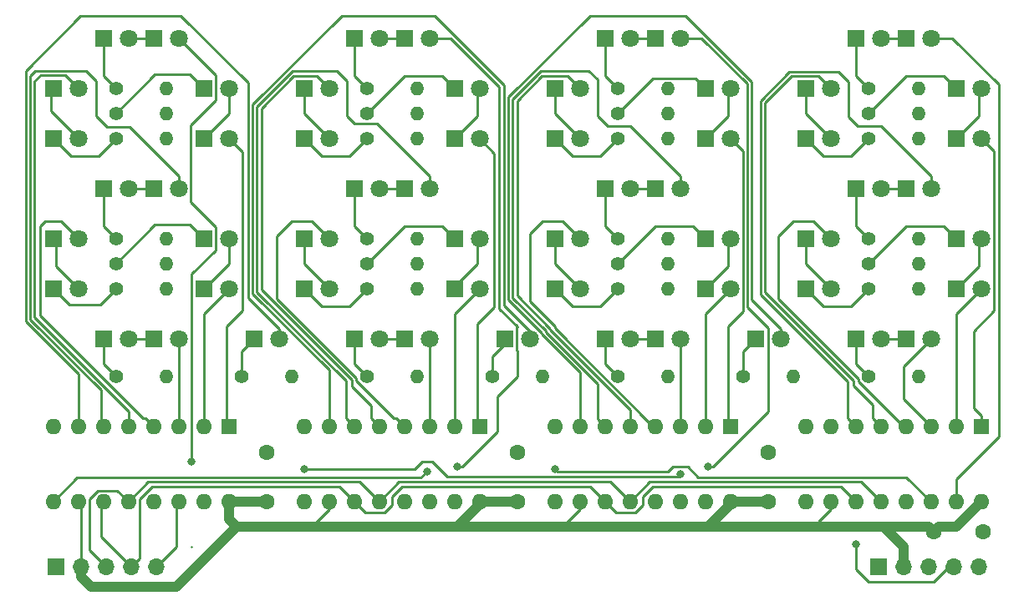
<source format=gtl>
G04 #@! TF.GenerationSoftware,KiCad,Pcbnew,5.1.6+dfsg1-1*
G04 #@! TF.CreationDate,2020-12-17T15:22:49-07:00*
G04 #@! TF.ProjectId,7segment,37736567-6d65-46e7-942e-6b696361645f,rev?*
G04 #@! TF.SameCoordinates,Original*
G04 #@! TF.FileFunction,Copper,L1,Top*
G04 #@! TF.FilePolarity,Positive*
%FSLAX46Y46*%
G04 Gerber Fmt 4.6, Leading zero omitted, Abs format (unit mm)*
G04 Created by KiCad (PCBNEW 5.1.6+dfsg1-1) date 2020-12-17 15:22:49*
%MOMM*%
%LPD*%
G01*
G04 APERTURE LIST*
G04 #@! TA.AperFunction,ComponentPad*
%ADD10O,1.700000X1.700000*%
G04 #@! TD*
G04 #@! TA.AperFunction,ComponentPad*
%ADD11R,1.700000X1.700000*%
G04 #@! TD*
G04 #@! TA.AperFunction,ComponentPad*
%ADD12C,1.600000*%
G04 #@! TD*
G04 #@! TA.AperFunction,ComponentPad*
%ADD13O,1.600000X1.600000*%
G04 #@! TD*
G04 #@! TA.AperFunction,ComponentPad*
%ADD14R,1.600000X1.600000*%
G04 #@! TD*
G04 #@! TA.AperFunction,ComponentPad*
%ADD15O,1.400000X1.400000*%
G04 #@! TD*
G04 #@! TA.AperFunction,ComponentPad*
%ADD16C,1.400000*%
G04 #@! TD*
G04 #@! TA.AperFunction,ComponentPad*
%ADD17C,1.800000*%
G04 #@! TD*
G04 #@! TA.AperFunction,ComponentPad*
%ADD18R,1.800000X1.800000*%
G04 #@! TD*
G04 #@! TA.AperFunction,ViaPad*
%ADD19C,0.800000*%
G04 #@! TD*
G04 #@! TA.AperFunction,Conductor*
%ADD20C,0.250000*%
G04 #@! TD*
G04 #@! TA.AperFunction,Conductor*
%ADD21C,1.000000*%
G04 #@! TD*
G04 APERTURE END LIST*
D10*
X173736000Y-115824000D03*
X171196000Y-115824000D03*
X168656000Y-115824000D03*
X166116000Y-115824000D03*
D11*
X163576000Y-115824000D03*
D12*
X174164000Y-112268000D03*
X169164000Y-112268000D03*
D13*
X97790000Y-109220000D03*
X80010000Y-101600000D03*
X95250000Y-109220000D03*
X82550000Y-101600000D03*
X92710000Y-109220000D03*
X85090000Y-101600000D03*
X90170000Y-109220000D03*
X87630000Y-101600000D03*
X87630000Y-109220000D03*
X90170000Y-101600000D03*
X85090000Y-109220000D03*
X92710000Y-101600000D03*
X82550000Y-109220000D03*
X95250000Y-101600000D03*
X80010000Y-109220000D03*
D14*
X97790000Y-101600000D03*
D13*
X123190000Y-109220000D03*
X105410000Y-101600000D03*
X120650000Y-109220000D03*
X107950000Y-101600000D03*
X118110000Y-109220000D03*
X110490000Y-101600000D03*
X115570000Y-109220000D03*
X113030000Y-101600000D03*
X113030000Y-109220000D03*
X115570000Y-101600000D03*
X110490000Y-109220000D03*
X118110000Y-101600000D03*
X107950000Y-109220000D03*
X120650000Y-101600000D03*
X105410000Y-109220000D03*
D14*
X123190000Y-101600000D03*
D13*
X148590000Y-109220000D03*
X130810000Y-101600000D03*
X146050000Y-109220000D03*
X133350000Y-101600000D03*
X143510000Y-109220000D03*
X135890000Y-101600000D03*
X140970000Y-109220000D03*
X138430000Y-101600000D03*
X138430000Y-109220000D03*
X140970000Y-101600000D03*
X135890000Y-109220000D03*
X143510000Y-101600000D03*
X133350000Y-109220000D03*
X146050000Y-101600000D03*
X130810000Y-109220000D03*
D14*
X148590000Y-101600000D03*
D13*
X173990000Y-109220000D03*
X156210000Y-101600000D03*
X171450000Y-109220000D03*
X158750000Y-101600000D03*
X168910000Y-109220000D03*
X161290000Y-101600000D03*
X166370000Y-109220000D03*
X163830000Y-101600000D03*
X163830000Y-109220000D03*
X166370000Y-101600000D03*
X161290000Y-109220000D03*
X168910000Y-101600000D03*
X158750000Y-109220000D03*
X171450000Y-101600000D03*
X156210000Y-109220000D03*
D14*
X173990000Y-101600000D03*
D10*
X90424000Y-115824000D03*
X87884000Y-115824000D03*
X85344000Y-115824000D03*
X82804000Y-115824000D03*
D11*
X80264000Y-115824000D03*
D12*
X152400000Y-104220000D03*
X152400000Y-109220000D03*
X101600000Y-104220000D03*
X101600000Y-109220000D03*
X127000000Y-104220000D03*
X127000000Y-109220000D03*
D15*
X167640000Y-82550000D03*
D16*
X162560000Y-82550000D03*
D15*
X167640000Y-72390000D03*
D16*
X162560000Y-72390000D03*
D15*
X167640000Y-87630000D03*
D16*
X162560000Y-87630000D03*
D15*
X167640000Y-96520000D03*
D16*
X162560000Y-96520000D03*
D15*
X167640000Y-85090000D03*
D16*
X162560000Y-85090000D03*
D15*
X167640000Y-69850000D03*
D16*
X162560000Y-69850000D03*
D15*
X167640000Y-67310000D03*
D16*
X162560000Y-67310000D03*
D15*
X154940000Y-96520000D03*
D16*
X149860000Y-96520000D03*
D15*
X142240000Y-82550000D03*
D16*
X137160000Y-82550000D03*
D15*
X142240000Y-72390000D03*
D16*
X137160000Y-72390000D03*
D15*
X142240000Y-87630000D03*
D16*
X137160000Y-87630000D03*
D15*
X142240000Y-96520000D03*
D16*
X137160000Y-96520000D03*
D15*
X142240000Y-85090000D03*
D16*
X137160000Y-85090000D03*
D15*
X142240000Y-69850000D03*
D16*
X137160000Y-69850000D03*
D15*
X142240000Y-67310000D03*
D16*
X137160000Y-67310000D03*
D15*
X129540000Y-96520000D03*
D16*
X124460000Y-96520000D03*
D15*
X116840000Y-82550000D03*
D16*
X111760000Y-82550000D03*
D15*
X116840000Y-72390000D03*
D16*
X111760000Y-72390000D03*
D15*
X116840000Y-87630000D03*
D16*
X111760000Y-87630000D03*
D15*
X116840000Y-96520000D03*
D16*
X111760000Y-96520000D03*
D15*
X116840000Y-85090000D03*
D16*
X111760000Y-85090000D03*
D15*
X116840000Y-69850000D03*
D16*
X111760000Y-69850000D03*
D15*
X116840000Y-67310000D03*
D16*
X111760000Y-67310000D03*
D15*
X104140000Y-96520000D03*
D16*
X99060000Y-96520000D03*
D15*
X91440000Y-82550000D03*
D16*
X86360000Y-82550000D03*
D15*
X91440000Y-72390000D03*
D16*
X86360000Y-72390000D03*
D15*
X91440000Y-87630000D03*
D16*
X86360000Y-87630000D03*
D15*
X91440000Y-96520000D03*
D16*
X86360000Y-96520000D03*
D15*
X91440000Y-85090000D03*
D16*
X86360000Y-85090000D03*
D15*
X91440000Y-69850000D03*
D16*
X86360000Y-69850000D03*
D15*
X91440000Y-67310000D03*
D16*
X86360000Y-67310000D03*
D17*
X168910000Y-77470000D03*
D18*
X166370000Y-77470000D03*
D17*
X158750000Y-67310000D03*
D18*
X156210000Y-67310000D03*
D17*
X158750000Y-82550000D03*
D18*
X156210000Y-82550000D03*
D17*
X168910000Y-92710000D03*
D18*
X166370000Y-92710000D03*
D17*
X173990000Y-87630000D03*
D18*
X171450000Y-87630000D03*
D17*
X173990000Y-72390000D03*
D18*
X171450000Y-72390000D03*
D17*
X168910000Y-62230000D03*
D18*
X166370000Y-62230000D03*
D17*
X153670000Y-92710000D03*
D18*
X151130000Y-92710000D03*
D17*
X143510000Y-77470000D03*
D18*
X140970000Y-77470000D03*
D17*
X133350000Y-67310000D03*
D18*
X130810000Y-67310000D03*
D17*
X133350000Y-82550000D03*
D18*
X130810000Y-82550000D03*
D17*
X143510000Y-92710000D03*
D18*
X140970000Y-92710000D03*
D17*
X148590000Y-87630000D03*
D18*
X146050000Y-87630000D03*
D17*
X148590000Y-72390000D03*
D18*
X146050000Y-72390000D03*
D17*
X143510000Y-62230000D03*
D18*
X140970000Y-62230000D03*
D17*
X163830000Y-77470000D03*
D18*
X161290000Y-77470000D03*
D17*
X158750000Y-72390000D03*
D18*
X156210000Y-72390000D03*
D17*
X158750000Y-87630000D03*
D18*
X156210000Y-87630000D03*
D17*
X163830000Y-92710000D03*
D18*
X161290000Y-92710000D03*
D17*
X173990000Y-82550000D03*
D18*
X171450000Y-82550000D03*
D17*
X173990000Y-67310000D03*
D18*
X171450000Y-67310000D03*
D17*
X163830000Y-62230000D03*
D18*
X161290000Y-62230000D03*
D17*
X138430000Y-77470000D03*
D18*
X135890000Y-77470000D03*
D17*
X133350000Y-72390000D03*
D18*
X130810000Y-72390000D03*
D17*
X133350000Y-87630000D03*
D18*
X130810000Y-87630000D03*
D17*
X138430000Y-92710000D03*
D18*
X135890000Y-92710000D03*
D17*
X148590000Y-82550000D03*
D18*
X146050000Y-82550000D03*
D17*
X148590000Y-67310000D03*
D18*
X146050000Y-67310000D03*
D17*
X138430000Y-62230000D03*
D18*
X135890000Y-62230000D03*
D17*
X128270000Y-92710000D03*
D18*
X125730000Y-92710000D03*
D17*
X118110000Y-77470000D03*
D18*
X115570000Y-77470000D03*
D17*
X107950000Y-67310000D03*
D18*
X105410000Y-67310000D03*
D17*
X107950000Y-82550000D03*
D18*
X105410000Y-82550000D03*
D17*
X118110000Y-92710000D03*
D18*
X115570000Y-92710000D03*
D17*
X123190000Y-87630000D03*
D18*
X120650000Y-87630000D03*
D17*
X123190000Y-72390000D03*
D18*
X120650000Y-72390000D03*
D17*
X118110000Y-62230000D03*
D18*
X115570000Y-62230000D03*
D17*
X102870000Y-92710000D03*
D18*
X100330000Y-92710000D03*
D17*
X92710000Y-77470000D03*
D18*
X90170000Y-77470000D03*
D17*
X82550000Y-67310000D03*
D18*
X80010000Y-67310000D03*
D17*
X82550000Y-82550000D03*
D18*
X80010000Y-82550000D03*
D17*
X92710000Y-92710000D03*
D18*
X90170000Y-92710000D03*
D17*
X97790000Y-87630000D03*
D18*
X95250000Y-87630000D03*
D17*
X97790000Y-72390000D03*
D18*
X95250000Y-72390000D03*
D17*
X92710000Y-62230000D03*
D18*
X90170000Y-62230000D03*
D17*
X113030000Y-77470000D03*
D18*
X110490000Y-77470000D03*
D17*
X107950000Y-72390000D03*
D18*
X105410000Y-72390000D03*
D17*
X107950000Y-87630000D03*
D18*
X105410000Y-87630000D03*
D17*
X113030000Y-92710000D03*
D18*
X110490000Y-92710000D03*
D17*
X123190000Y-82550000D03*
D18*
X120650000Y-82550000D03*
D17*
X123190000Y-67310000D03*
D18*
X120650000Y-67310000D03*
D17*
X113030000Y-62230000D03*
D18*
X110490000Y-62230000D03*
D17*
X87630000Y-77470000D03*
D18*
X85090000Y-77470000D03*
D17*
X82550000Y-72390000D03*
D18*
X80010000Y-72390000D03*
D17*
X82550000Y-87630000D03*
D18*
X80010000Y-87630000D03*
D17*
X87630000Y-92710000D03*
D18*
X85090000Y-92710000D03*
D17*
X97790000Y-82550000D03*
D18*
X95250000Y-82550000D03*
D17*
X97790000Y-67310000D03*
D18*
X95250000Y-67310000D03*
D17*
X87630000Y-62230000D03*
D18*
X85090000Y-62230000D03*
D19*
X93980000Y-105156000D03*
X120904004Y-105664000D03*
X146303988Y-105664000D03*
X161290000Y-113538000D03*
X117856000Y-106172000D03*
X105410000Y-105918000D03*
X143510000Y-106426000D03*
X130810000Y-105918000D03*
D20*
X82804000Y-109474000D02*
X82550000Y-109220000D01*
X82804000Y-115824000D02*
X82804000Y-109474000D01*
D21*
X82804000Y-115824000D02*
X82804000Y-116840000D01*
X82804000Y-116840000D02*
X83820000Y-117856000D01*
X83820000Y-117856000D02*
X92456000Y-117856000D01*
X92456000Y-117856000D02*
X98552000Y-111760000D01*
X148590000Y-109474000D02*
X146304000Y-111760000D01*
X148590000Y-109220000D02*
X148590000Y-109474000D01*
X123190000Y-109474000D02*
X120904000Y-111760000D01*
X123190000Y-109220000D02*
X123190000Y-109474000D01*
X97790000Y-110998000D02*
X98552000Y-111760000D01*
X97790000Y-109220000D02*
X97790000Y-110998000D01*
X97790000Y-109220000D02*
X101600000Y-109220000D01*
X123190000Y-109220000D02*
X127000000Y-109220000D01*
X148590000Y-109220000D02*
X152400000Y-109220000D01*
D20*
X133350000Y-109982000D02*
X131572000Y-111760000D01*
X133350000Y-109220000D02*
X133350000Y-109982000D01*
D21*
X131572000Y-111760000D02*
X146304000Y-111760000D01*
X120904000Y-111760000D02*
X131572000Y-111760000D01*
X146304000Y-111760000D02*
X157480000Y-111760000D01*
D20*
X107950000Y-109982000D02*
X106172000Y-111760000D01*
X107950000Y-109220000D02*
X107950000Y-109982000D01*
D21*
X106172000Y-111760000D02*
X120904000Y-111760000D01*
X98552000Y-111760000D02*
X106172000Y-111760000D01*
X166116000Y-113792000D02*
X164084000Y-111760000D01*
X166116000Y-115316000D02*
X166116000Y-113792000D01*
X157480000Y-111760000D02*
X164084000Y-111760000D01*
X168656000Y-111760000D02*
X169164000Y-112268000D01*
X164084000Y-111760000D02*
X168656000Y-111760000D01*
X171450000Y-111760000D02*
X173990000Y-109220000D01*
X169672000Y-111760000D02*
X171450000Y-111760000D01*
X169164000Y-112268000D02*
X169672000Y-111760000D01*
D20*
X157480000Y-111252000D02*
X157480000Y-111760000D01*
X158750000Y-109982000D02*
X157480000Y-111252000D01*
X158750000Y-109220000D02*
X158750000Y-109982000D01*
X87630000Y-62230000D02*
X90170000Y-62230000D01*
X85090000Y-66040000D02*
X86360000Y-67310000D01*
X85090000Y-62230000D02*
X85090000Y-66040000D01*
X97790000Y-69850000D02*
X95250000Y-72390000D01*
X97790000Y-67310000D02*
X97790000Y-69850000D01*
X93849999Y-65909999D02*
X95250000Y-67310000D01*
X90300001Y-65909999D02*
X93849999Y-65909999D01*
X86360000Y-69850000D02*
X90300001Y-65909999D01*
X97790000Y-85090000D02*
X97790000Y-82550000D01*
X95250000Y-87630000D02*
X97790000Y-85090000D01*
X93849999Y-81149999D02*
X95250000Y-82550000D01*
X90300001Y-81149999D02*
X93849999Y-81149999D01*
X86360000Y-85090000D02*
X90300001Y-81149999D01*
X87630000Y-92710000D02*
X90170000Y-92710000D01*
X85090000Y-95250000D02*
X86360000Y-96520000D01*
X85090000Y-92710000D02*
X85090000Y-95250000D01*
X80264000Y-85344000D02*
X82550000Y-87630000D01*
X80264000Y-82804000D02*
X80264000Y-85344000D01*
X80010000Y-82550000D02*
X80264000Y-82804000D01*
X80010000Y-87630000D02*
X81610001Y-89230001D01*
X81610001Y-89230001D02*
X84759999Y-89230001D01*
X84759999Y-89230001D02*
X86360000Y-87630000D01*
X79756000Y-69596000D02*
X82550000Y-72390000D01*
X79756000Y-67564000D02*
X79756000Y-69596000D01*
X80010000Y-67310000D02*
X79756000Y-67564000D01*
X84582000Y-74168000D02*
X86360000Y-72390000D01*
X81788000Y-74168000D02*
X84582000Y-74168000D01*
X80010000Y-72390000D02*
X81788000Y-74168000D01*
X87630000Y-77470000D02*
X90170000Y-77470000D01*
X85090000Y-81280000D02*
X86360000Y-82550000D01*
X85090000Y-77470000D02*
X85090000Y-81280000D01*
X113030000Y-62230000D02*
X115570000Y-62230000D01*
X110490000Y-62230000D02*
X110490000Y-66040000D01*
X110490000Y-66040000D02*
X111760000Y-67310000D01*
X122936000Y-67564000D02*
X123190000Y-67310000D01*
X122936000Y-70104000D02*
X122936000Y-67564000D01*
X120650000Y-72390000D02*
X122936000Y-70104000D01*
X111760000Y-69850000D02*
X115570000Y-66040000D01*
X119380000Y-66040000D02*
X120650000Y-67310000D01*
X115570000Y-66040000D02*
X119380000Y-66040000D01*
X122936000Y-82804000D02*
X123190000Y-82550000D01*
X122936000Y-85090000D02*
X122936000Y-82804000D01*
X120650000Y-87376000D02*
X122936000Y-85090000D01*
X120650000Y-87630000D02*
X120650000Y-87376000D01*
X111760000Y-85090000D02*
X115570000Y-81280000D01*
X119380000Y-81280000D02*
X120650000Y-82550000D01*
X115570000Y-81280000D02*
X119380000Y-81280000D01*
X113030000Y-92710000D02*
X115570000Y-92710000D01*
X110490000Y-95250000D02*
X111760000Y-96520000D01*
X110490000Y-92710000D02*
X110490000Y-95250000D01*
X105410000Y-85090000D02*
X107950000Y-87630000D01*
X105410000Y-82550000D02*
X105410000Y-85090000D01*
X107188000Y-89408000D02*
X105410000Y-87630000D01*
X109982000Y-89408000D02*
X107188000Y-89408000D01*
X111760000Y-87630000D02*
X109982000Y-89408000D01*
X105410000Y-69850000D02*
X107950000Y-72390000D01*
X105410000Y-67310000D02*
X105410000Y-69850000D01*
X107188000Y-74168000D02*
X105410000Y-72390000D01*
X109982000Y-74168000D02*
X107188000Y-74168000D01*
X111760000Y-72390000D02*
X109982000Y-74168000D01*
X113030000Y-77470000D02*
X115570000Y-77470000D01*
X110490000Y-81280000D02*
X111760000Y-82550000D01*
X110490000Y-77470000D02*
X110490000Y-81280000D01*
X96475001Y-81389999D02*
X96475001Y-83710001D01*
X96475001Y-83710001D02*
X94024999Y-86160003D01*
X93935001Y-78849999D02*
X96475001Y-81389999D01*
X96475001Y-68470001D02*
X93935001Y-71010001D01*
X93935001Y-71010001D02*
X93935001Y-78849999D01*
X96475001Y-65995001D02*
X96475001Y-68470001D01*
X92710000Y-62230000D02*
X96475001Y-65995001D01*
X93980000Y-105156000D02*
X94024999Y-86160003D01*
X99140001Y-73740001D02*
X97790000Y-72390000D01*
X99140001Y-89835999D02*
X99140001Y-73740001D01*
X97536000Y-91440000D02*
X99140001Y-89835999D01*
X97536000Y-101346000D02*
X97536000Y-91440000D01*
X97790000Y-101600000D02*
X97536000Y-101346000D01*
X96520000Y-88900000D02*
X97790000Y-87630000D01*
X95250000Y-90170000D02*
X97790000Y-87630000D01*
X95250000Y-101600000D02*
X95250000Y-90170000D01*
X92710000Y-92710000D02*
X92710000Y-101600000D01*
X89370001Y-100800001D02*
X90170000Y-101600000D01*
X89116001Y-100800001D02*
X89370001Y-100800001D01*
X78659999Y-90343999D02*
X89116001Y-100800001D01*
X79177998Y-80772000D02*
X78659999Y-81289999D01*
X80772000Y-80772000D02*
X79177998Y-80772000D01*
X78659999Y-81289999D02*
X78659999Y-90343999D01*
X82550000Y-82550000D02*
X80772000Y-80772000D01*
X78116022Y-66593976D02*
X78727987Y-65982011D01*
X78116022Y-90559201D02*
X78116022Y-66593976D01*
X81222011Y-65982011D02*
X82550000Y-67310000D01*
X78727987Y-65982011D02*
X81222011Y-65982011D01*
X87630000Y-100073178D02*
X78116022Y-90559201D01*
X87630000Y-101600000D02*
X87630000Y-100073178D01*
X92710000Y-76197208D02*
X92710000Y-77470000D01*
X87752791Y-71239999D02*
X92710000Y-76197208D01*
X84328000Y-70104000D02*
X85463999Y-71239999D01*
X84328000Y-66548000D02*
X84328000Y-70104000D01*
X78188035Y-65532000D02*
X83312000Y-65532000D01*
X83312000Y-65532000D02*
X84328000Y-66548000D01*
X77666011Y-66054024D02*
X78188035Y-65532000D01*
X84836000Y-97915590D02*
X77666011Y-90745601D01*
X84836000Y-101346000D02*
X84836000Y-97915590D01*
X85463999Y-71239999D02*
X87752791Y-71239999D01*
X77666011Y-90745601D02*
X77666011Y-66054024D01*
X85090000Y-101600000D02*
X84836000Y-101346000D01*
X99741967Y-88565967D02*
X102870000Y-91694000D01*
X99741967Y-66738966D02*
X99741967Y-88565967D01*
X82786072Y-59944000D02*
X92947001Y-59944000D01*
X77216000Y-65514072D02*
X82786072Y-59944000D01*
X77216000Y-90932000D02*
X77216000Y-65514072D01*
X82550000Y-96266000D02*
X77216000Y-90932000D01*
X102870000Y-91694000D02*
X102870000Y-92710000D01*
X92947001Y-59944000D02*
X99741967Y-66738966D01*
X82550000Y-101600000D02*
X82550000Y-96266000D01*
X99060000Y-93980000D02*
X100330000Y-92710000D01*
X99060000Y-96520000D02*
X99060000Y-93980000D01*
X120286501Y-62230000D02*
X118110000Y-62230000D01*
X125199956Y-89639956D02*
X125199956Y-67143455D01*
X126955001Y-91549999D02*
X127000000Y-91505000D01*
X127000000Y-93915000D02*
X126955001Y-93870001D01*
X127000000Y-96520000D02*
X127000000Y-93915000D01*
X127000000Y-91440000D02*
X125199956Y-89639956D01*
X127000000Y-91505000D02*
X127000000Y-91440000D01*
X126955001Y-93870001D02*
X126955001Y-91549999D01*
X124968000Y-98552000D02*
X127000000Y-96520000D01*
X125199956Y-67143455D02*
X120286501Y-62230000D01*
X124968000Y-101600000D02*
X124968000Y-98552000D01*
X121469685Y-105664000D02*
X124968000Y-102165685D01*
X124968000Y-102165685D02*
X124968000Y-100076000D01*
X120904004Y-105664000D02*
X121469685Y-105664000D01*
X122984988Y-101394988D02*
X123190000Y-101600000D01*
X122984988Y-91218514D02*
X122984988Y-101394988D01*
X124700000Y-89503502D02*
X122984988Y-91218514D01*
X124700000Y-73900000D02*
X124700000Y-89503502D01*
X123190000Y-72390000D02*
X124700000Y-73900000D01*
X123190000Y-87630000D02*
X120650000Y-90170000D01*
X120650000Y-90170000D02*
X120650000Y-101600000D01*
X118110000Y-92710000D02*
X118110000Y-101600000D01*
X114770001Y-100800001D02*
X115570000Y-101600000D01*
X114516001Y-100800001D02*
X114770001Y-100800001D01*
X110686011Y-96970011D02*
X114516001Y-100800001D01*
X110686011Y-96716011D02*
X110686011Y-96970011D01*
X102616000Y-88646000D02*
X110686011Y-96716011D01*
X102616000Y-82296000D02*
X102616000Y-88646000D01*
X104140000Y-80772000D02*
X102616000Y-82296000D01*
X106172000Y-80772000D02*
X104140000Y-80772000D01*
X107950000Y-82550000D02*
X106172000Y-80772000D01*
X112230001Y-100800001D02*
X113030000Y-101600000D01*
X112230001Y-99530001D02*
X112230001Y-100800001D01*
X110236000Y-97536000D02*
X112230001Y-99530001D01*
X110236000Y-96902411D02*
X110236000Y-97536000D01*
X101092000Y-87758411D02*
X110236000Y-96902411D01*
X101092000Y-69344820D02*
X101092000Y-87758411D01*
X104351821Y-66084999D02*
X101092000Y-69344820D01*
X106724999Y-66084999D02*
X104351821Y-66084999D01*
X107950000Y-67310000D02*
X106724999Y-66084999D01*
X118110000Y-76197208D02*
X118110000Y-77470000D01*
X112787793Y-70875001D02*
X118110000Y-76197208D01*
X110499001Y-70875001D02*
X112787793Y-70875001D01*
X109728000Y-70104000D02*
X110499001Y-70875001D01*
X108712000Y-65532000D02*
X109728000Y-66548000D01*
X104268410Y-65532000D02*
X108712000Y-65532000D01*
X100641989Y-69158421D02*
X104268410Y-65532000D01*
X100641989Y-87944811D02*
X100641989Y-69158421D01*
X109690001Y-96992823D02*
X100641989Y-87944811D01*
X109728000Y-66548000D02*
X109728000Y-70104000D01*
X109690001Y-100800001D02*
X109690001Y-96992823D01*
X110490000Y-101600000D02*
X109690001Y-100800001D01*
X128270000Y-91990000D02*
X128270000Y-92710000D01*
X125649967Y-66957055D02*
X125649967Y-89369967D01*
X125649967Y-89369967D02*
X128270000Y-91990000D01*
X118636912Y-59944000D02*
X125649967Y-66957055D01*
X109220000Y-59944000D02*
X118636912Y-59944000D01*
X100191978Y-68972022D02*
X109220000Y-59944000D01*
X100191978Y-88131211D02*
X100191978Y-68972022D01*
X107950000Y-95889233D02*
X100191978Y-88131211D01*
X107950000Y-101600000D02*
X107950000Y-95889233D01*
X125730000Y-93218000D02*
X125730000Y-92710000D01*
X124460000Y-94488000D02*
X125730000Y-93218000D01*
X124460000Y-96520000D02*
X124460000Y-94488000D01*
X138430000Y-62230000D02*
X140970000Y-62230000D01*
X135890000Y-66040000D02*
X137160000Y-67310000D01*
X135890000Y-62230000D02*
X135890000Y-66040000D01*
X148336000Y-70104000D02*
X146050000Y-72390000D01*
X148336000Y-67564000D02*
X148336000Y-70104000D01*
X148590000Y-67310000D02*
X148336000Y-67564000D01*
X140725001Y-66284999D02*
X137160000Y-69850000D01*
X145024999Y-66284999D02*
X140725001Y-66284999D01*
X146050000Y-67310000D02*
X145024999Y-66284999D01*
X148336000Y-85344000D02*
X146050000Y-87630000D01*
X148336000Y-82804000D02*
X148336000Y-85344000D01*
X148590000Y-82550000D02*
X148336000Y-82804000D01*
X137160000Y-85090000D02*
X140970000Y-81280000D01*
X144780000Y-81280000D02*
X146050000Y-82550000D01*
X140970000Y-81280000D02*
X144780000Y-81280000D01*
X138430000Y-92710000D02*
X140970000Y-92710000D01*
X135890000Y-95250000D02*
X137160000Y-96520000D01*
X135890000Y-92710000D02*
X135890000Y-95250000D01*
X130810000Y-85090000D02*
X133350000Y-87630000D01*
X130810000Y-82550000D02*
X130810000Y-85090000D01*
X135382000Y-89408000D02*
X137160000Y-87630000D01*
X132588000Y-89408000D02*
X135382000Y-89408000D01*
X130810000Y-87630000D02*
X132588000Y-89408000D01*
X130810000Y-69850000D02*
X133350000Y-72390000D01*
X130810000Y-67310000D02*
X130810000Y-69850000D01*
X135382000Y-74168000D02*
X137160000Y-72390000D01*
X132588000Y-74168000D02*
X135382000Y-74168000D01*
X130810000Y-72390000D02*
X132588000Y-74168000D01*
X138430000Y-77470000D02*
X140970000Y-77470000D01*
X135890000Y-81280000D02*
X137160000Y-82550000D01*
X135890000Y-77470000D02*
X135890000Y-81280000D01*
X163830000Y-62230000D02*
X166370000Y-62230000D01*
X161290000Y-66040000D02*
X162560000Y-67310000D01*
X161290000Y-62230000D02*
X161290000Y-66040000D01*
X173736000Y-70104000D02*
X171450000Y-72390000D01*
X173736000Y-67564000D02*
X173736000Y-70104000D01*
X173990000Y-67310000D02*
X173736000Y-67564000D01*
X162560000Y-69850000D02*
X166370000Y-66040000D01*
X170180000Y-66040000D02*
X171450000Y-67310000D01*
X166370000Y-66040000D02*
X170180000Y-66040000D01*
X173736000Y-82804000D02*
X173990000Y-82550000D01*
X173736000Y-85344000D02*
X173736000Y-82804000D01*
X171450000Y-87630000D02*
X173736000Y-85344000D01*
X162560000Y-85090000D02*
X166370000Y-81280000D01*
X166370000Y-81280000D02*
X170180000Y-81280000D01*
X170180000Y-81280000D02*
X171450000Y-82550000D01*
X163830000Y-92710000D02*
X166370000Y-92710000D01*
X161290000Y-95250000D02*
X162560000Y-96520000D01*
X161290000Y-92710000D02*
X161290000Y-95250000D01*
X156210000Y-85090000D02*
X156210000Y-82550000D01*
X158750000Y-87630000D02*
X156210000Y-85090000D01*
X160782000Y-89408000D02*
X162560000Y-87630000D01*
X157988000Y-89408000D02*
X160782000Y-89408000D01*
X156210000Y-87630000D02*
X157988000Y-89408000D01*
X156210000Y-69850000D02*
X158750000Y-72390000D01*
X156210000Y-67310000D02*
X156210000Y-69850000D01*
X160782000Y-74168000D02*
X162560000Y-72390000D01*
X157988000Y-74168000D02*
X160782000Y-74168000D01*
X156210000Y-72390000D02*
X157988000Y-74168000D01*
X163830000Y-77470000D02*
X166370000Y-77470000D01*
X161290000Y-81280000D02*
X162560000Y-82550000D01*
X161290000Y-77470000D02*
X161290000Y-81280000D01*
X150310009Y-66853508D02*
X145686501Y-62230000D01*
X150310009Y-89505007D02*
X150310009Y-66853508D01*
X152400000Y-91594998D02*
X150310009Y-89505007D01*
X152400000Y-100133685D02*
X152400000Y-91594998D01*
X146869685Y-105664000D02*
X152400000Y-100133685D01*
X145686501Y-62230000D02*
X143510000Y-62230000D01*
X146303988Y-105664000D02*
X146869685Y-105664000D01*
X148336000Y-101346000D02*
X148590000Y-101600000D01*
X148336000Y-91440000D02*
X148336000Y-101346000D01*
X149860000Y-73660000D02*
X149860000Y-89916000D01*
X149860000Y-89916000D02*
X148336000Y-91440000D01*
X148590000Y-72390000D02*
X149860000Y-73660000D01*
X146050000Y-90170000D02*
X148590000Y-87630000D01*
X146050000Y-101600000D02*
X146050000Y-90170000D01*
X143510000Y-92710000D02*
X143510000Y-101600000D01*
X131572000Y-80772000D02*
X133350000Y-82550000D01*
X129540000Y-80772000D02*
X131572000Y-80772000D01*
X128270000Y-88940000D02*
X128270000Y-82042000D01*
X130810000Y-91480000D02*
X128270000Y-88940000D01*
X130810000Y-91630000D02*
X130810000Y-91480000D01*
X140780000Y-101600000D02*
X130810000Y-91630000D01*
X128270000Y-82042000D02*
X129540000Y-80772000D01*
X140970000Y-101600000D02*
X140780000Y-101600000D01*
X138430000Y-99890000D02*
X138430000Y-101600000D01*
X127000000Y-88320000D02*
X130359989Y-91679989D01*
X127000000Y-68580000D02*
X127000000Y-88320000D01*
X130359989Y-91819989D02*
X138430000Y-99890000D01*
X129495001Y-66084999D02*
X127000000Y-68580000D01*
X130359989Y-91679989D02*
X130359989Y-91819989D01*
X132124999Y-66084999D02*
X129495001Y-66084999D01*
X133350000Y-67310000D02*
X132124999Y-66084999D01*
X143510000Y-77470000D02*
X143510000Y-76197208D01*
X143510000Y-76197208D02*
X138432792Y-71120000D01*
X138432792Y-71120000D02*
X136144000Y-71120000D01*
X129411590Y-65532000D02*
X126549989Y-68393601D01*
X126549989Y-68393601D02*
X126549989Y-88539989D01*
X136144000Y-71120000D02*
X135128000Y-70104000D01*
X135128000Y-97258000D02*
X135128000Y-100838000D01*
X135128000Y-100838000D02*
X135890000Y-101600000D01*
X135128000Y-70104000D02*
X135128000Y-66417501D01*
X135128000Y-66417501D02*
X134242499Y-65532000D01*
X126549989Y-88539989D02*
X129909978Y-91899978D01*
X129909978Y-91899978D02*
X129909978Y-92039978D01*
X134242499Y-65532000D02*
X129411590Y-65532000D01*
X129909978Y-92039978D02*
X135128000Y-97258000D01*
X133350000Y-96130000D02*
X133350000Y-101600000D01*
X129459967Y-92239967D02*
X133350000Y-96130000D01*
X126099978Y-88779978D02*
X129459967Y-92139967D01*
X126099978Y-68207201D02*
X126099978Y-88779978D01*
X134363179Y-59944000D02*
X126099978Y-68207201D01*
X150760020Y-66667108D02*
X144036912Y-59944000D01*
X150760020Y-88784020D02*
X150760020Y-66667108D01*
X129459967Y-92139967D02*
X129459967Y-92239967D01*
X153670000Y-91694000D02*
X150760020Y-88784020D01*
X144036912Y-59944000D02*
X134363179Y-59944000D01*
X153670000Y-92710000D02*
X153670000Y-91694000D01*
X151130000Y-92710000D02*
X149860000Y-93980000D01*
X149860000Y-93980000D02*
X149860000Y-96520000D01*
X171450000Y-106934000D02*
X171450000Y-109220000D01*
X175768000Y-102616000D02*
X171450000Y-106934000D01*
X175768000Y-66911499D02*
X175768000Y-102616000D01*
X171086501Y-62230000D02*
X175768000Y-66911499D01*
X168910000Y-62230000D02*
X171086501Y-62230000D01*
X173990000Y-100550000D02*
X173990000Y-101600000D01*
X173228000Y-99788000D02*
X173990000Y-100550000D01*
X173228000Y-91948000D02*
X173228000Y-99788000D01*
X175317989Y-89858011D02*
X173228000Y-91948000D01*
X175317989Y-73717989D02*
X175317989Y-89858011D01*
X173990000Y-72390000D02*
X175317989Y-73717989D01*
X173990000Y-87630000D02*
X171450000Y-90170000D01*
X171450000Y-90170000D02*
X171450000Y-101600000D01*
X166116000Y-98806000D02*
X168910000Y-101600000D01*
X166116000Y-95504000D02*
X166116000Y-98806000D01*
X168910000Y-92710000D02*
X166116000Y-95504000D01*
X166122998Y-101600000D02*
X166370000Y-101600000D01*
X161534999Y-97012001D02*
X166122998Y-101600000D01*
X161534999Y-96764999D02*
X161534999Y-97012001D01*
X153416000Y-88646000D02*
X161534999Y-96764999D01*
X153416000Y-82296000D02*
X153416000Y-88646000D01*
X156972000Y-80772000D02*
X154940000Y-80772000D01*
X154940000Y-80772000D02*
X153416000Y-82296000D01*
X158750000Y-82550000D02*
X156972000Y-80772000D01*
X163030001Y-100800001D02*
X163830000Y-101600000D01*
X161084988Y-97487012D02*
X163030001Y-99432025D01*
X163030001Y-99432025D02*
X163030001Y-100800001D01*
X152110055Y-87976466D02*
X161084988Y-96951399D01*
X152110055Y-68744355D02*
X152110055Y-87976466D01*
X154769411Y-66084999D02*
X152110055Y-68744355D01*
X161084988Y-96951399D02*
X161084988Y-97487012D01*
X157524999Y-66084999D02*
X154769411Y-66084999D01*
X158750000Y-67310000D02*
X157524999Y-66084999D01*
X160490001Y-100800001D02*
X161290000Y-101600000D01*
X151660044Y-88250631D02*
X160490001Y-97080588D01*
X151660044Y-68557955D02*
X151660044Y-88250631D01*
X154583011Y-65634988D02*
X151660044Y-68557955D01*
X160490001Y-97080588D02*
X160490001Y-100800001D01*
X159505489Y-65634988D02*
X154583011Y-65634988D01*
X160528000Y-66657499D02*
X159505489Y-65634988D01*
X160528000Y-70165750D02*
X160528000Y-66657499D01*
X161482250Y-71120000D02*
X160528000Y-70165750D01*
X163832792Y-71120000D02*
X161482250Y-71120000D01*
X168910000Y-76197208D02*
X163832792Y-71120000D01*
X168910000Y-77470000D02*
X168910000Y-76197208D01*
X90424000Y-115824000D02*
X92456000Y-113792000D01*
X92456000Y-109474000D02*
X92710000Y-109220000D01*
X92456000Y-113792000D02*
X92456000Y-109474000D01*
X93980000Y-113792000D02*
X93980000Y-113792000D01*
X87884000Y-115824000D02*
X84836000Y-112776000D01*
X84836000Y-109474000D02*
X85090000Y-109220000D01*
X84836000Y-112776000D02*
X84836000Y-109474000D01*
X115316000Y-107696000D02*
X134366000Y-107696000D01*
X114300000Y-108712000D02*
X115316000Y-107696000D01*
X114300000Y-109615002D02*
X114300000Y-108712000D01*
X134366000Y-107696000D02*
X135890000Y-109220000D01*
X113570001Y-110345001D02*
X114300000Y-109615002D01*
X111615001Y-110345001D02*
X113570001Y-110345001D01*
X110490000Y-109220000D02*
X111615001Y-110345001D01*
X139700000Y-108712000D02*
X140716000Y-107696000D01*
X159766000Y-107696000D02*
X161290000Y-109220000D01*
X140716000Y-107696000D02*
X159766000Y-107696000D01*
X139700000Y-109615002D02*
X139700000Y-108712000D01*
X138970001Y-110345001D02*
X139700000Y-109615002D01*
X137015001Y-110345001D02*
X138970001Y-110345001D01*
X135890000Y-109220000D02*
X137015001Y-110345001D01*
X87884000Y-115824000D02*
X88755001Y-114952999D01*
X88755001Y-114952999D02*
X88755001Y-108969997D01*
X88755001Y-108969997D02*
X90028998Y-107696000D01*
X90028998Y-107696000D02*
X108966000Y-107696000D01*
X108966000Y-107696000D02*
X110490000Y-109220000D01*
X169164000Y-117348000D02*
X171196000Y-115316000D01*
X162560000Y-117348000D02*
X169164000Y-117348000D01*
X161290000Y-116078000D02*
X162560000Y-117348000D01*
X161290000Y-113538000D02*
X161290000Y-116078000D01*
X113030000Y-109220000D02*
X113029960Y-109220000D01*
X86504999Y-108094999D02*
X87630000Y-109220000D01*
X83675001Y-108969997D02*
X84549999Y-108094999D01*
X84549999Y-108094999D02*
X86504999Y-108094999D01*
X83675001Y-114155001D02*
X83675001Y-108969997D01*
X85344000Y-115824000D02*
X83675001Y-114155001D01*
X111055991Y-107245991D02*
X113030000Y-109220000D01*
X89604009Y-107245991D02*
X111055991Y-107245991D01*
X87630000Y-109220000D02*
X89604009Y-107245991D01*
X136455991Y-107245991D02*
X138430000Y-109220000D01*
X115004009Y-107245991D02*
X136455991Y-107245991D01*
X113030000Y-109220000D02*
X115004009Y-107245991D01*
X161855991Y-107245991D02*
X163830000Y-109220000D01*
X140404009Y-107245991D02*
X161855991Y-107245991D01*
X138430000Y-109220000D02*
X140404009Y-107245991D01*
X82434018Y-106795982D02*
X117232018Y-106795982D01*
X80010000Y-109220000D02*
X82434018Y-106795982D01*
X117232018Y-106795982D02*
X117856000Y-106172000D01*
X117856000Y-106172000D02*
X117856000Y-106172000D01*
X105410000Y-105918000D02*
X116586000Y-105918000D01*
X116586000Y-105918000D02*
X117348000Y-105156000D01*
X117348000Y-105156000D02*
X118364000Y-105156000D01*
X118364000Y-105156000D02*
X119888000Y-106680000D01*
X143256000Y-106680000D02*
X143510000Y-106426000D01*
X119888000Y-106680000D02*
X143256000Y-106680000D01*
X166430000Y-106740000D02*
X168910000Y-109220000D01*
X145348000Y-106740000D02*
X166430000Y-106740000D01*
X144272000Y-105664000D02*
X145348000Y-106740000D01*
X142748000Y-105664000D02*
X144272000Y-105664000D01*
X142240000Y-106172000D02*
X142748000Y-105664000D01*
X131064000Y-106172000D02*
X142240000Y-106172000D01*
X130810000Y-105918000D02*
X131064000Y-106172000D01*
M02*

</source>
